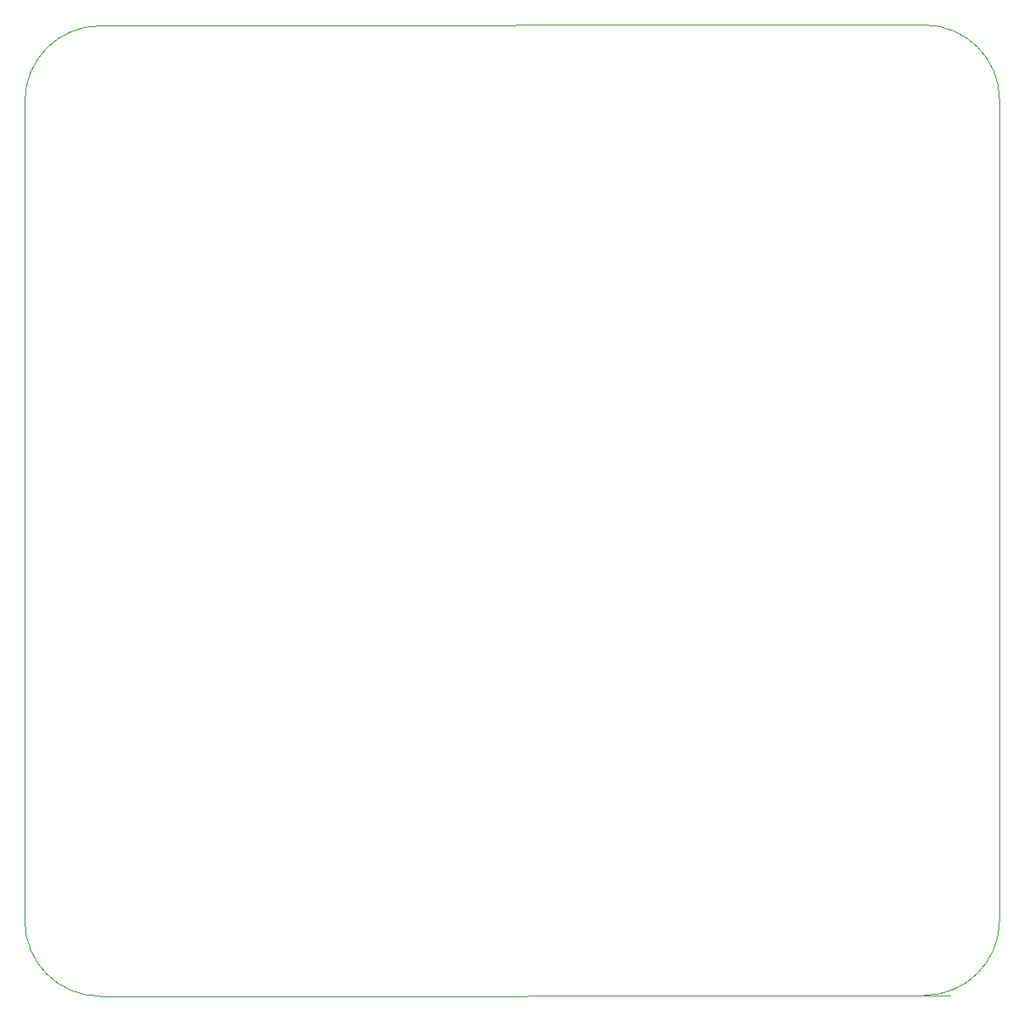
<source format=gm1>
%TF.GenerationSoftware,KiCad,Pcbnew,6.0.11+dfsg-1*%
%TF.CreationDate,2023-07-27T12:15:27+02:00*%
%TF.ProjectId,CartesianRobotElectricalDocs,43617274-6573-4696-916e-526f626f7445,rev?*%
%TF.SameCoordinates,Original*%
%TF.FileFunction,Profile,NP*%
%FSLAX46Y46*%
G04 Gerber Fmt 4.6, Leading zero omitted, Abs format (unit mm)*
G04 Created by KiCad (PCBNEW 6.0.11+dfsg-1) date 2023-07-27 12:15:27*
%MOMM*%
%LPD*%
G01*
G04 APERTURE LIST*
%TA.AperFunction,Profile*%
%ADD10C,0.100000*%
%TD*%
G04 APERTURE END LIST*
D10*
X111760000Y-33670000D02*
X194032000Y-33586000D01*
X104260000Y-123050699D02*
G75*
G03*
X111760000Y-130550699I7500000J0D01*
G01*
X111760000Y-33670000D02*
G75*
G03*
X104260000Y-41170000I0J-7500000D01*
G01*
X201532000Y-41086000D02*
X201532000Y-122966699D01*
X104260000Y-123050699D02*
X104260000Y-41170000D01*
X196572000Y-130466699D02*
X111760000Y-130550699D01*
X194032000Y-130466699D02*
G75*
G03*
X201532000Y-122966699I0J7500000D01*
G01*
X201532000Y-41086000D02*
G75*
G03*
X194032000Y-33586000I-7500000J0D01*
G01*
M02*

</source>
